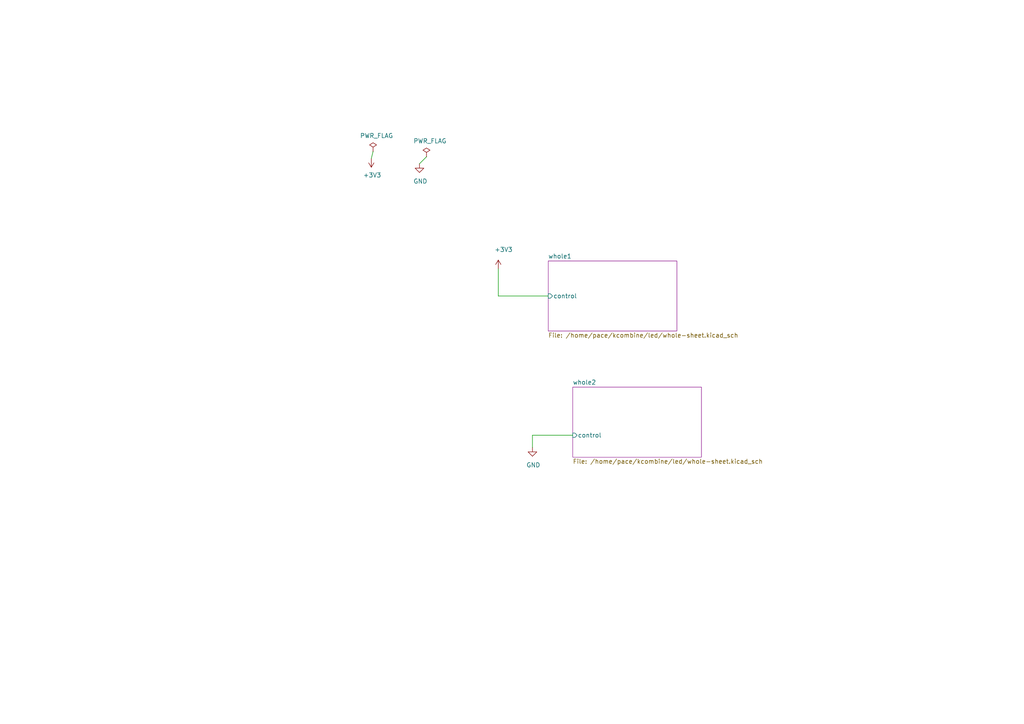
<source format=kicad_sch>
(kicad_sch (version 20201015) (generator eeschema)
  (paper "A4")
  (lib_symbols
    (symbol "power:+3V3" (power) (pin_names (offset 0))
      (property "Value" "+3V3" (at 0 3.556 0))
      (symbol "+3V3_0_1"
        (polyline (pts (xy -0.762 1.27) (xy 0 2.54)))
        (polyline (pts (xy 0 0) (xy 0 2.54)))
        (polyline (pts (xy 0 2.54) (xy 0.762 1.27)))
      )
      (symbol "+3V3_1_1"
        (pin power_in line (at 0 0 90) (length 0) hide (name "+3V3") (number "1"))
      )
    )
    (symbol "power:GND" (power) (pin_names (offset 0))
      (property "Value" "GND" (at 0 -3.81 0))
      (symbol "GND_0_1"
        (polyline (pts (xy 0 0) (xy 0 -1.27) (xy 1.27 -1.27) (xy 0 -2.54) (xy -1.27 -1.27) (xy 0 -1.27)))
      )
      (symbol "GND_1_1"
        (pin power_in line (at 0 0 270) (length 0) hide (name "GND") (number "1"))
      )
    )
    (symbol "power:PWR_FLAG" (power) (pin_numbers hide) (pin_names (offset 0) hide)
      (property "Value" "PWR_FLAG" (at 0 3.81 0))
      (symbol "PWR_FLAG_0_0"
        (pin power_out line (at 0 0 90) (length 0) (name "pwr") (number "1"))
      )
      (symbol "PWR_FLAG_0_1"
        (polyline (pts (xy 0 0) (xy 0 1.27) (xy -1.016 1.905) (xy 0 2.54) (xy 1.016 1.905) (xy 0 1.27)))
      )
    )
  )
  (wire (pts (xy 107.696 45.974) (xy 108.204 43.942)))
  (wire (pts (xy 121.666 47.498) (xy 123.698 45.466)))
  (wire (pts (xy 144.526 77.978) (xy 144.526 85.852)))
  (wire (pts (xy 144.526 85.852) (xy 159.004 85.852)))
  (wire (pts (xy 154.432 126.238) (xy 154.432 129.794)))
  (wire (pts (xy 166.116 126.238) (xy 154.432 126.238)))
  (symbol (lib_id "power:PWR_FLAG") (at 108.204 43.942 0) (unit 1)
    (property "Reference" "#FLG0102" (effects hide))
    (property "Value" "PWR_FLAG" (at 109.22 39.37 0))
  )
  (symbol (lib_id "power:PWR_FLAG") (at 123.698 45.466 0) (unit 1)
    (property "Reference" "#FLG0101" (effects hide))
    (property "Value" "PWR_FLAG" (at 124.714 40.894 0))
  )
  (symbol (lib_id "power:+3V3") (at 107.696 45.974 180) (unit 1)
    (property "Reference" "#PWR0103" (effects hide))
    (property "Value" "+3V3" (at 107.95 50.8 0))
  )
  (symbol (lib_id "power:+3V3") (at 144.526 77.978 0) (unit 1)
    (property "Reference" "#PWR0101" (effects hide))
    (property "Value" "+3V3" (at 146.05 72.39 0))
  )
  (symbol (lib_id "power:GND") (at 121.666 47.498 0) (unit 1)
    (property "Reference" "#PWR0104" (effects hide))
    (property "Value" "GND" (at 121.92 52.578 0))
  )
  (symbol (lib_id "power:GND") (at 154.432 129.794 0) (unit 1)
    (property "Reference" "#PWR0102" (effects hide))
    (property "Value" "GND" (at 154.686 134.874 0))
  )
  (sheet (at 159.004 75.692) (size 37.338 20.32) (stroke (width 0.001) (color 132 0 132 1)) (fill (color 255 255 255 0.0000))
    (property "Sheet name" "whole1" (at 159.004 75.0561 0) (effects (justify left bottom)))
    (property "Sheet file" "/home/pace/kcombine/led/whole-sheet.kicad_sch" (at 159.004 96.5209 0) (effects (justify left top)))
    (pin "control" input (at 159.004 85.852 180))
  )
  (sheet (at 166.116 112.268) (size 37.338 20.32) (stroke (width 0.001) (color 132 0 132 1)) (fill (color 255 255 255 0.0000))
    (property "Sheet name" "whole2" (at 166.116 111.6321 0) (effects (justify left bottom)))
    (property "Sheet file" "/home/pace/kcombine/led/whole-sheet.kicad_sch" (at 166.116 133.0969 0) (effects (justify left top)))
    (pin "control" input (at 166.116 126.238 180))
  )
)
</source>
